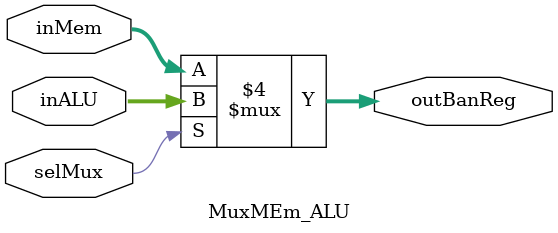
<source format=v>
`timescale 1ns /1ps
module MuxMEm_ALU(
	input [31:0] inMem,inALU,
	input selMux,
	output reg [31:0] outBanReg
);
always@(*)
begin
	if(selMux==0) outBanReg=inMem;//Elegir guardar valor en memoria
	else outBanReg=inALU;//Elegir guardar valor en  ALU
end
endmodule 
</source>
